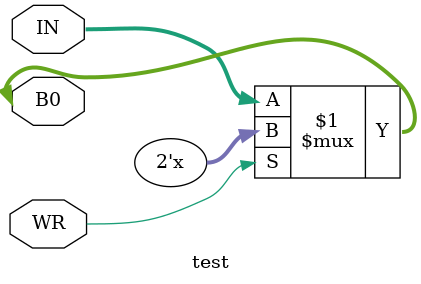
<source format=v>

`timescale 1 ns / 1 ns

module test(
  inout wire [1:0] B0,
  input wire       WR,
  input wire [1:0] IN
);

assign B0 = WR ? 2'bz : IN;

initial $monitor("%b %b %b %0t", IN, WR, B0, $time);

endmodule

</source>
